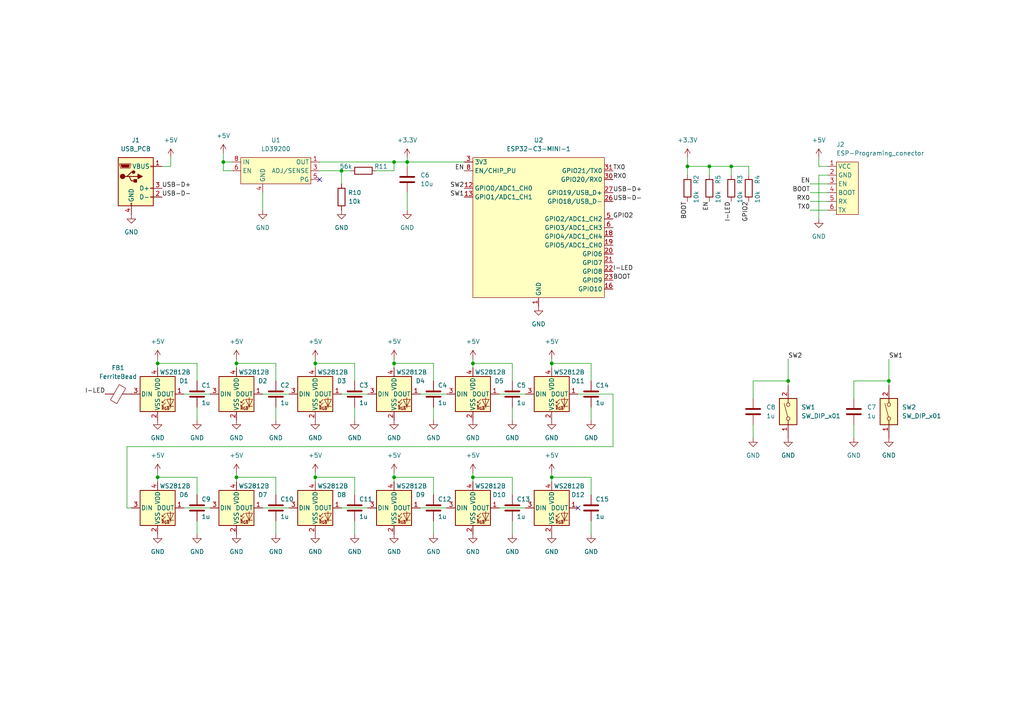
<source format=kicad_sch>
(kicad_sch (version 20230121) (generator eeschema)
  (paper "A4")
  (lib_symbols
    (symbol "Device:C" (pin_numbers hide) (pin_names (offset 0.254))
      (property "Reference" "C" (at 0.635 2.54 0))
      (property "Value" "C" (at 0.635 -2.54 0))
      (symbol "C_0_1"
        (polyline (pts (xy -2.032 -0.762) (xy 2.032 -0.762)) (stroke (width 0.508)))
        (polyline (pts (xy -2.032 0.762) (xy 2.032 0.762)) (stroke (width 0.508)))
      )
      (symbol "C_1_1"
        (pin passive line (at 0 3.81 270) (length 2.794) (name "~") (number "1"))
        (pin passive line (at 0 -3.81 90) (length 2.794) (name "~") (number "2"))
      )
    )
    (symbol "Device:FerriteBead" (pin_numbers hide) (pin_names (offset 0))
      (property "Reference" "FB" (at -3.81 0.635 90))
      (property "Value" "FerriteBead" (at 3.81 0 90))
      (symbol "FerriteBead_0_1"
        (polyline (pts (xy 0 -1.27) (xy 0 -1.2192)))
        (polyline (pts (xy 0 1.27) (xy 0 1.2954)))
        (polyline (pts (xy -2.7686 0.4064) (xy -1.7018 2.2606) (xy 2.7686 -0.3048) (xy 1.6764 -2.159) (xy -2.7686 0.4064)))
      )
      (symbol "FerriteBead_1_1"
        (pin passive line (at 0 3.81 270) (length 2.54) (name "~") (number "1"))
        (pin passive line (at 0 -3.81 90) (length 2.54) (name "~") (number "2"))
      )
    )
    (symbol "Device:R" (pin_numbers hide) (pin_names (offset 0))
      (property "Reference" "R" (at 2.032 0 90))
      (property "Value" "R" (at 0 0 90))
      (symbol "R_0_1"
        (rectangle (start -1.016 -2.54) (end 1.016 2.54) (stroke (width 0.254)))
      )
      (symbol "R_1_1"
        (pin passive line (at 0 3.81 270) (length 1.27) (name "~") (number "1"))
        (pin passive line (at 0 -3.81 90) (length 1.27) (name "~") (number "2"))
      )
    )
    (symbol "Robotarna_KiCad_Library:ESP-Programing_conector"
      (property "Reference" "J" (at 0 6.35 0))
      (property "Value" "ESP-Programing_conector" (at 0 3.81 0))
      (symbol "ESP-Programing_conector_0_1"
        (rectangle (start -2.54 1.27) (end 3.81 -13.97) (fill (type background)))
      )
      (symbol "ESP-Programing_conector_1_1"
        (pin power_in line (at -5.08 0 0) (length 2.54) (name "VCC") (number "1"))
        (pin power_in line (at -5.08 -2.54 0) (length 2.54) (name "GND") (number "2"))
        (pin input line (at -5.08 -5.08 0) (length 2.54) (name "EN") (number "3"))
        (pin input line (at -5.08 -7.62 0) (length 2.54) (name "BOOT") (number "4"))
        (pin input line (at -5.08 -10.16 0) (length 2.54) (name "RX") (number "5"))
        (pin output line (at -5.08 -12.7 0) (length 2.54) (name "TX") (number "6"))
      )
    )
    (symbol "Robotarna_KiCad_Library:ESP32-C3-MINI-1"
      (property "Reference" "U" (at 0 4.445 0))
      (property "Value" "ESP32-C3-MINI-1" (at 0 2.54 0))
      (symbol "ESP32-C3-MINI-1_0_1"
        (rectangle (start -19.05 1.27) (end 19.05 -39.37) (fill (type background)))
      )
      (symbol "ESP32-C3-MINI-1_1_1"
        (pin bidirectional line (at 0 -41.91 90) (length 2.54) (name "GND") (number "1"))
        (pin bidirectional line (at 0 -41.91 90) (length 2.54) hide (name "GND") (number "11"))
        (pin bidirectional line (at -21.59 -7.62 0) (length 2.54) (name "GPIO0/ADC1_CH0") (number "12"))
        (pin bidirectional line (at -21.59 -10.16 0) (length 2.54) (name "GPIO1/ADC1_CH1") (number "13"))
        (pin bidirectional line (at 0 -41.91 90) (length 2.54) hide (name "GND") (number "14"))
        (pin bidirectional line (at 21.59 -36.83 180) (length 2.54) (name "GPIO10") (number "16"))
        (pin bidirectional line (at 21.59 -21.59 180) (length 2.54) (name "GPIO4/ADC1_CH4") (number "18"))
        (pin bidirectional line (at 21.59 -24.13 180) (length 2.54) (name "GPIO5/ADC1_CH0") (number "19"))
        (pin bidirectional line (at 0 -41.91 90) (length 2.54) hide (name "GND") (number "2"))
        (pin bidirectional line (at 21.59 -26.67 180) (length 2.54) (name "GPIO6") (number "20"))
        (pin bidirectional line (at 21.59 -29.21 180) (length 2.54) (name "GPIO7") (number "21"))
        (pin bidirectional line (at 21.59 -31.75 180) (length 2.54) (name "GPIO8") (number "22"))
        (pin bidirectional line (at 21.59 -34.29 180) (length 2.54) (name "GPIO9") (number "23"))
        (pin bidirectional line (at 21.59 -11.43 180) (length 2.54) (name "GPIO18/USB_D-") (number "26"))
        (pin bidirectional line (at 21.59 -8.89 180) (length 2.54) (name "GPIO19/USB_D+") (number "27"))
        (pin power_in line (at -21.59 0 0) (length 2.54) (name "3V3") (number "3"))
        (pin bidirectional line (at 21.59 -5.08 180) (length 2.54) (name "GPIO20/RX0") (number "30"))
        (pin bidirectional line (at 21.59 -2.54 180) (length 2.54) (name "GPIO21/TX0") (number "31"))
        (pin bidirectional line (at 0 -41.91 90) (length 2.54) hide (name "GND") (number "36"))
        (pin bidirectional line (at 0 -41.91 90) (length 2.54) hide (name "GND") (number "37"))
        (pin bidirectional line (at 0 -41.91 90) (length 2.54) hide (name "GND") (number "38"))
        (pin bidirectional line (at 0 -41.91 90) (length 2.54) hide (name "GND") (number "39"))
        (pin bidirectional line (at 0 -41.91 90) (length 2.54) hide (name "GND") (number "40"))
        (pin bidirectional line (at 0 -41.91 90) (length 2.54) hide (name "GND") (number "41"))
        (pin bidirectional line (at 0 -41.91 90) (length 2.54) hide (name "GND") (number "42"))
        (pin bidirectional line (at 0 -41.91 90) (length 2.54) hide (name "GND") (number "43"))
        (pin bidirectional line (at 0 -41.91 90) (length 2.54) hide (name "GND") (number "44"))
        (pin bidirectional line (at 0 -41.91 90) (length 2.54) hide (name "GND") (number "45"))
        (pin bidirectional line (at 0 -41.91 90) (length 2.54) hide (name "GND") (number "46"))
        (pin bidirectional line (at 0 -41.91 90) (length 2.54) hide (name "GND") (number "47"))
        (pin bidirectional line (at 0 -41.91 90) (length 2.54) hide (name "GND") (number "48"))
        (pin bidirectional line (at 0 -41.91 90) (length 2.54) hide (name "GND") (number "49"))
        (pin bidirectional line (at 21.59 -16.51 180) (length 2.54) (name "GPIO2/ADC1_CH2") (number "5"))
        (pin power_in line (at 0 -41.91 90) (length 2.54) hide (name "GND") (number "50"))
        (pin power_in line (at 0 -41.91 90) (length 2.54) hide (name "GND") (number "51"))
        (pin power_in line (at 0 -41.91 90) (length 2.54) hide (name "GND") (number "52"))
        (pin power_in line (at 0 -41.91 90) (length 2.54) hide (name "GND") (number "53"))
        (pin bidirectional line (at 21.59 -19.05 180) (length 2.54) (name "GPIO3/ADC1_CH3") (number "6"))
        (pin input line (at -21.59 -2.54 0) (length 2.54) (name "EN/CHIP_PU") (number "8"))
      )
    )
    (symbol "Robotarna_KiCad_Library:LD39200"
      (property "Reference" "U" (at 0 5.08 0))
      (property "Value" "LD39200" (at 0 3.175 0))
      (symbol "LD39200_0_1"
        (rectangle (start -10.16 1.27) (end 10.16 -6.35) (fill (type background)))
      )
      (symbol "LD39200_1_1"
        (pin power_out line (at 12.7 0 180) (length 2.54) (name "OUT") (number "1"))
        (pin power_out line (at 12.7 0 180) (length 2.54) hide (name "OUT") (number "2"))
        (pin input line (at 12.7 -2.54 180) (length 2.54) (name "ADJ/SENSE") (number "3"))
        (pin power_in line (at -3.81 -8.89 90) (length 2.54) (name "GND") (number "4"))
        (pin output line (at 12.7 -5.08 180) (length 2.54) (name "PG") (number "5"))
        (pin input line (at -12.7 -2.54 0) (length 2.54) (name "EN") (number "6"))
        (pin power_in line (at -12.7 0 0) (length 2.54) hide (name "IN") (number "7"))
        (pin power_in line (at -12.7 0 0) (length 2.54) (name "IN") (number "8"))
        (pin power_in line (at -3.81 -8.89 90) (length 2.54) hide (name "GND") (number "9"))
      )
    )
    (symbol "Robotarna_KiCad_Library:USB_PCB" (pin_names (offset 1.016))
      (property "Reference" "J" (at 0 11.43 0))
      (property "Value" "USB_PCB" (at -5.08 8.89 0))
      (symbol "USB_PCB_0_1"
        (rectangle (start -5.08 7.62) (end 5.08 -6.35) (stroke (width 0.254)) (fill (type background)))
        (circle (center -3.81 2.159) (radius 0.635) (stroke (width 0.254)) (fill (type outline)))
        (rectangle (start -1.397 -6.35) (end -1.143 -5.588))
        (circle (center -0.635 3.429) (radius 0.381) (stroke (width 0.254)) (fill (type outline)))
        (polyline (pts (xy -1.905 2.159) (xy 0.635 2.159)) (stroke (width 0.254)))
        (polyline (pts (xy -3.175 2.159) (xy -2.54 2.159) (xy -1.27 3.429) (xy -0.635 3.429)) (stroke (width 0.254)))
        (polyline (pts (xy -2.54 2.159) (xy -1.905 2.159) (xy -1.27 0.889) (xy 0 0.889)) (stroke (width 0.254)))
        (polyline (pts (xy 0.635 2.794) (xy 0.635 1.524) (xy 1.905 2.159) (xy 0.635 2.794)) (stroke (width 0.254)) (fill (type outline)))
        (polyline (pts (xy -4.318 5.588) (xy -1.778 5.588) (xy -2.032 4.826) (xy -4.064 4.826) (xy -4.318 5.588)) (fill (type outline)))
        (polyline (pts (xy -4.699 5.842) (xy -4.699 5.588) (xy -4.445 4.826) (xy -4.445 4.572) (xy -1.651 4.572) (xy -1.651 4.826) (xy -1.397 5.588) (xy -1.397 5.842) (xy -4.699 5.842)))
        (rectangle (start 0.254 1.27) (end -0.508 0.508) (stroke (width 0.254)) (fill (type outline)))
        (rectangle (start 5.08 -3.937) (end 4.318 -3.683))
        (rectangle (start 5.08 -1.397) (end 4.318 -1.143))
        (rectangle (start 5.08 4.953) (end 4.318 5.207))
      )
      (symbol "USB_PCB_1_1"
        (pin power_out line (at 7.62 5.08 180) (length 2.54) (name "VBUS") (number "1"))
        (pin passive line (at 7.62 -3.81 180) (length 2.54) (name "D-") (number "2"))
        (pin passive line (at 7.62 -1.27 180) (length 2.54) (name "D+") (number "3"))
        (pin power_out line (at -1.27 -8.89 90) (length 2.54) (name "GND") (number "4"))
      )
    )
    (symbol "Switch:SW_DIP_x01" (pin_names (offset 0) hide)
      (property "Reference" "SW" (at 0 3.81 0))
      (property "Value" "SW_DIP_x01" (at 0 -3.81 0))
      (symbol "SW_DIP_x01_0_0"
        (circle (center -2.032 0) (radius 0.508))
        (polyline (pts (xy -1.524 0.127) (xy 2.3622 1.1684)))
        (circle (center 2.032 0) (radius 0.508))
      )
      (symbol "SW_DIP_x01_0_1"
        (rectangle (start -3.81 2.54) (end 3.81 -2.54) (stroke (width 0.254)) (fill (type background)))
      )
      (symbol "SW_DIP_x01_1_1"
        (pin passive line (at -7.62 0 0) (length 5.08) (name "~") (number "1"))
        (pin passive line (at 7.62 0 180) (length 5.08) (name "~") (number "2"))
      )
    )
    (symbol "WS2812B_1" (pin_names (offset 0.254))
      (property "Reference" "D1" (at 7.62 3.81 0))
      (property "Value" "WS2812B" (at 5.08 6.35 0))
      (symbol "WS2812B_1_0_0"
        (text "RGB" (at 2.286 -4.191 0) (effects (font (size 0.762 0.762))))
      )
      (symbol "WS2812B_1_0_1"
        (polyline (pts (xy 1.27 -3.556) (xy 1.778 -3.556)))
        (polyline (pts (xy 1.27 -2.54) (xy 1.778 -2.54)))
        (polyline (pts (xy 4.699 -3.556) (xy 2.667 -3.556)))
        (polyline (pts (xy 2.286 -2.54) (xy 1.27 -3.556) (xy 1.27 -3.048)))
        (polyline (pts (xy 2.286 -1.524) (xy 1.27 -2.54) (xy 1.27 -2.032)))
        (polyline (pts (xy 3.683 -1.016) (xy 3.683 -3.556) (xy 3.683 -4.064)))
        (polyline (pts (xy 4.699 -1.524) (xy 2.667 -1.524) (xy 3.683 -3.556) (xy 4.699 -1.524)))
        (rectangle (start 5.08 5.08) (end -5.08 -5.08) (stroke (width 0.254)) (fill (type background)))
      )
      (symbol "WS2812B_1_1_1"
        (pin output line (at 7.62 0 180) (length 2.54) (name "DOUT") (number "1"))
        (pin power_in line (at 0 -7.62 90) (length 2.54) (name "VSS") (number "2"))
        (pin input line (at -7.62 0 0) (length 2.54) (name "DIN") (number "3"))
        (pin power_in line (at 0 7.62 270) (length 2.54) (name "VDD") (number "4"))
      )
    )
    (symbol "power:+3.3V" (power) (pin_names (offset 0))
      (property "Value" "+3.3V" (at 0 3.556 0))
      (symbol "+3.3V_0_1"
        (polyline (pts (xy -0.762 1.27) (xy 0 2.54)))
        (polyline (pts (xy 0 0) (xy 0 2.54)))
        (polyline (pts (xy 0 2.54) (xy 0.762 1.27)))
      )
      (symbol "+3.3V_1_1"
        (pin power_in line (at 0 0 90) (length 0) hide (name "+3.3V") (number "1"))
      )
    )
    (symbol "power:+5V" (power) (pin_names (offset 0))
      (property "Value" "+5V" (at 0 3.556 0))
      (symbol "+5V_0_1"
        (polyline (pts (xy -0.762 1.27) (xy 0 2.54)))
        (polyline (pts (xy 0 0) (xy 0 2.54)))
        (polyline (pts (xy 0 2.54) (xy 0.762 1.27)))
      )
      (symbol "+5V_1_1"
        (pin power_in line (at 0 0 90) (length 0) hide (name "+5V") (number "1"))
      )
    )
    (symbol "power:GND" (power) (pin_names (offset 0))
      (property "Value" "GND" (at 0 -3.81 0))
      (symbol "GND_0_1"
        (polyline (pts (xy 0 0) (xy 0 -1.27) (xy 1.27 -1.27) (xy 0 -2.54) (xy -1.27 -1.27) (xy 0 -1.27)))
      )
      (symbol "GND_1_1"
        (pin power_in line (at 0 0 270) (length 0) hide (name "GND") (number "1"))
      )
    )
  )
  (junction (at 228.6 110.49))
  (junction (at 68.58 105.41))
  (junction (at 99.06 49.53))
  (junction (at 199.39 48.26))
  (junction (at 114.3 46.99))
  (junction (at 205.74 48.26))
  (junction (at 68.58 138.43))
  (junction (at 160.02 105.41))
  (junction (at 45.72 138.43))
  (junction (at 114.3 105.41))
  (junction (at 160.02 138.43))
  (junction (at 118.11 46.99))
  (junction (at 45.72 105.41))
  (junction (at 91.44 138.43))
  (junction (at 212.09 48.26))
  (junction (at 64.77 46.99))
  (junction (at 137.16 138.43))
  (junction (at 257.81 110.49))
  (junction (at 137.16 105.41))
  (junction (at 91.44 105.41))
  (junction (at 114.3 138.43))
  (no_connect (at 167.64 147.32))
  (no_connect (at 92.71 52.07))
  (wire (pts (xy 234.95 58.42) (xy 240.03 58.42)))
  (wire (pts (xy 148.59 118.11) (xy 148.59 121.92)))
  (wire (pts (xy 121.92 114.3) (xy 129.54 114.3)))
  (wire (pts (xy 76.2 114.3) (xy 83.82 114.3)))
  (wire (pts (xy 160.02 104.14) (xy 160.02 105.41)))
  (wire (pts (xy 177.8 114.3) (xy 177.8 129.54)))
  (wire (pts (xy 228.6 104.14) (xy 228.6 110.49)))
  (wire (pts (xy 137.16 105.41) (xy 137.16 106.68)))
  (wire (pts (xy 114.3 105.41) (xy 114.3 106.68)))
  (wire (pts (xy 114.3 138.43) (xy 114.3 139.7)))
  (wire (pts (xy 167.64 114.3) (xy 177.8 114.3)))
  (wire (pts (xy 99.06 114.3) (xy 106.68 114.3)))
  (wire (pts (xy 57.15 118.11) (xy 57.15 121.92)))
  (wire (pts (xy 80.01 138.43) (xy 80.01 143.51)))
  (wire (pts (xy 102.87 118.11) (xy 102.87 121.92)))
  (wire (pts (xy 114.3 137.16) (xy 114.3 138.43)))
  (wire (pts (xy 148.59 151.13) (xy 148.59 154.94)))
  (wire (pts (xy 199.39 48.26) (xy 199.39 50.8)))
  (wire (pts (xy 228.6 110.49) (xy 228.6 111.76)))
  (wire (pts (xy 91.44 138.43) (xy 91.44 139.7)))
  (wire (pts (xy 99.06 147.32) (xy 106.68 147.32)))
  (wire (pts (xy 76.2 147.32) (xy 83.82 147.32)))
  (wire (pts (xy 212.09 48.26) (xy 205.74 48.26)))
  (wire (pts (xy 118.11 46.99) (xy 134.62 46.99)))
  (wire (pts (xy 109.22 49.53) (xy 114.3 49.53)))
  (wire (pts (xy 199.39 45.72) (xy 199.39 48.26)))
  (wire (pts (xy 91.44 105.41) (xy 91.44 106.68)))
  (wire (pts (xy 36.83 129.54) (xy 36.83 147.32)))
  (wire (pts (xy 45.72 138.43) (xy 57.15 138.43)))
  (wire (pts (xy 68.58 137.16) (xy 68.58 138.43)))
  (wire (pts (xy 68.58 105.41) (xy 68.58 106.68)))
  (wire (pts (xy 234.95 60.96) (xy 240.03 60.96)))
  (wire (pts (xy 45.72 137.16) (xy 45.72 138.43)))
  (wire (pts (xy 45.72 104.14) (xy 45.72 105.41)))
  (wire (pts (xy 217.17 50.8) (xy 217.17 48.26)))
  (wire (pts (xy 49.53 45.72) (xy 49.53 48.26)))
  (wire (pts (xy 53.34 147.32) (xy 60.96 147.32)))
  (wire (pts (xy 57.15 138.43) (xy 57.15 143.51)))
  (wire (pts (xy 64.77 46.99) (xy 67.31 46.99)))
  (wire (pts (xy 45.72 138.43) (xy 45.72 139.7)))
  (wire (pts (xy 114.3 104.14) (xy 114.3 105.41)))
  (wire (pts (xy 49.53 48.26) (xy 46.99 48.26)))
  (wire (pts (xy 64.77 44.45) (xy 64.77 46.99)))
  (wire (pts (xy 247.65 110.49) (xy 257.81 110.49)))
  (wire (pts (xy 125.73 138.43) (xy 125.73 143.51)))
  (wire (pts (xy 160.02 138.43) (xy 160.02 139.7)))
  (wire (pts (xy 118.11 60.96) (xy 118.11 55.88)))
  (wire (pts (xy 45.72 105.41) (xy 57.15 105.41)))
  (wire (pts (xy 125.73 118.11) (xy 125.73 121.92)))
  (wire (pts (xy 68.58 104.14) (xy 68.58 105.41)))
  (wire (pts (xy 114.3 105.41) (xy 125.73 105.41)))
  (wire (pts (xy 160.02 138.43) (xy 171.45 138.43)))
  (wire (pts (xy 80.01 151.13) (xy 80.01 154.94)))
  (wire (pts (xy 218.44 110.49) (xy 228.6 110.49)))
  (wire (pts (xy 114.3 49.53) (xy 114.3 46.99)))
  (wire (pts (xy 80.01 105.41) (xy 80.01 110.49)))
  (wire (pts (xy 247.65 123.19) (xy 247.65 127)))
  (wire (pts (xy 68.58 138.43) (xy 68.58 139.7)))
  (wire (pts (xy 92.71 46.99) (xy 114.3 46.99)))
  (wire (pts (xy 257.81 110.49) (xy 257.81 111.76)))
  (wire (pts (xy 247.65 115.57) (xy 247.65 110.49)))
  (wire (pts (xy 99.06 49.53) (xy 99.06 53.34)))
  (wire (pts (xy 237.49 50.8) (xy 240.03 50.8)))
  (wire (pts (xy 68.58 105.41) (xy 80.01 105.41)))
  (wire (pts (xy 237.49 48.26) (xy 237.49 45.72)))
  (wire (pts (xy 160.02 105.41) (xy 160.02 106.68)))
  (wire (pts (xy 121.92 147.32) (xy 129.54 147.32)))
  (wire (pts (xy 125.73 105.41) (xy 125.73 110.49)))
  (wire (pts (xy 64.77 49.53) (xy 67.31 49.53)))
  (wire (pts (xy 171.45 118.11) (xy 171.45 121.92)))
  (wire (pts (xy 102.87 105.41) (xy 102.87 110.49)))
  (wire (pts (xy 171.45 105.41) (xy 171.45 110.49)))
  (wire (pts (xy 144.78 114.3) (xy 152.4 114.3)))
  (wire (pts (xy 144.78 147.32) (xy 152.4 147.32)))
  (wire (pts (xy 91.44 104.14) (xy 91.44 105.41)))
  (wire (pts (xy 137.16 138.43) (xy 137.16 139.7)))
  (wire (pts (xy 257.81 104.14) (xy 257.81 110.49)))
  (wire (pts (xy 171.45 138.43) (xy 171.45 143.51)))
  (wire (pts (xy 137.16 104.14) (xy 137.16 105.41)))
  (wire (pts (xy 57.15 105.41) (xy 57.15 110.49)))
  (wire (pts (xy 99.06 49.53) (xy 101.6 49.53)))
  (wire (pts (xy 218.44 123.19) (xy 218.44 127)))
  (wire (pts (xy 114.3 46.99) (xy 118.11 46.99)))
  (wire (pts (xy 234.95 55.88) (xy 240.03 55.88)))
  (wire (pts (xy 137.16 138.43) (xy 148.59 138.43)))
  (wire (pts (xy 102.87 151.13) (xy 102.87 154.94)))
  (wire (pts (xy 118.11 46.99) (xy 118.11 48.26)))
  (wire (pts (xy 80.01 118.11) (xy 80.01 121.92)))
  (wire (pts (xy 137.16 105.41) (xy 148.59 105.41)))
  (wire (pts (xy 148.59 138.43) (xy 148.59 143.51)))
  (wire (pts (xy 234.95 53.34) (xy 240.03 53.34)))
  (wire (pts (xy 199.39 48.26) (xy 205.74 48.26)))
  (wire (pts (xy 45.72 105.41) (xy 45.72 106.68)))
  (wire (pts (xy 171.45 151.13) (xy 171.45 154.94)))
  (wire (pts (xy 218.44 115.57) (xy 218.44 110.49)))
  (wire (pts (xy 237.49 63.5) (xy 237.49 50.8)))
  (wire (pts (xy 68.58 138.43) (xy 80.01 138.43)))
  (wire (pts (xy 91.44 137.16) (xy 91.44 138.43)))
  (wire (pts (xy 114.3 138.43) (xy 125.73 138.43)))
  (wire (pts (xy 118.11 46.99) (xy 118.11 45.72)))
  (wire (pts (xy 102.87 138.43) (xy 102.87 143.51)))
  (wire (pts (xy 212.09 48.26) (xy 217.17 48.26)))
  (wire (pts (xy 53.34 114.3) (xy 60.96 114.3)))
  (wire (pts (xy 160.02 137.16) (xy 160.02 138.43)))
  (wire (pts (xy 125.73 151.13) (xy 125.73 154.94)))
  (wire (pts (xy 91.44 138.43) (xy 102.87 138.43)))
  (wire (pts (xy 205.74 50.8) (xy 205.74 48.26)))
  (wire (pts (xy 240.03 48.26) (xy 237.49 48.26)))
  (wire (pts (xy 91.44 105.41) (xy 102.87 105.41)))
  (wire (pts (xy 212.09 50.8) (xy 212.09 48.26)))
  (wire (pts (xy 160.02 105.41) (xy 171.45 105.41)))
  (wire (pts (xy 76.2 60.96) (xy 76.2 55.88)))
  (wire (pts (xy 177.8 129.54) (xy 36.83 129.54)))
  (wire (pts (xy 64.77 49.53) (xy 64.77 46.99)))
  (wire (pts (xy 148.59 105.41) (xy 148.59 110.49)))
  (wire (pts (xy 137.16 137.16) (xy 137.16 138.43)))
  (wire (pts (xy 57.15 151.13) (xy 57.15 154.94)))
  (wire (pts (xy 92.71 49.53) (xy 99.06 49.53)))
  (wire (pts (xy 36.83 147.32) (xy 38.1 147.32)))
  (label "TX0" (at 234.95 60.96 180))
  (label "TX0" (at 177.8 49.53 0))
  (label "I-LED" (at 212.09 58.42 270))
  (label "EN" (at 134.62 49.53 180))
  (label "BOOT" (at 234.95 55.88 180))
  (label "RX0" (at 234.95 58.42 180))
  (label "GPIO2" (at 177.8 63.5 0))
  (label "SW2" (at 134.62 54.61 180))
  (label "USB-D-" (at 46.99 57.15 0))
  (label "USB-D+" (at 46.99 54.61 0))
  (label "USB-D-" (at 177.8 58.42 0))
  (label "EN" (at 234.95 53.34 180))
  (label "BOOT" (at 199.39 58.42 270))
  (label "I-LED" (at 30.48 114.3 180))
  (label "BOOT" (at 177.8 81.28 0))
  (label "RX0" (at 177.8 52.07 0))
  (label "SW2" (at 228.6 104.14 0))
  (label "USB-D+" (at 177.8 55.88 0))
  (label "EN" (at 205.74 58.42 270))
  (label "I-LED" (at 177.8 78.74 0))
  (label "GPIO2" (at 217.17 58.42 270))
  (label "SW1" (at 257.81 104.14 0))
  (label "SW1" (at 134.62 57.15 180))
  (symbol (lib_id "power:+5V") (at 45.72 104.14 0) (mirror y) (unit 1)
    (property "Reference" "#PWR0114" (effects hide))
    (property "Value" "+5V" (at 45.72 99.06 0))
  )
  (symbol (lib_id "power:GND") (at 68.58 121.92 0) (unit 1)
    (property "Reference" "#PWR0115" (effects hide))
    (property "Value" "GND" (at 68.58 127 0))
  )
  (symbol (lib_id "power:+5V") (at 49.53 45.72 0) (unit 1)
    (property "Reference" "#PWR0101" (effects hide))
    (property "Value" "+5V" (at 49.53 40.64 0))
  )
  (symbol (lib_id "Robotarna_KiCad_Library:ESP-Programing_conector") (at 245.11 48.26 0) (unit 1)
    (property "Reference" "J2" (at 242.57 41.91 0) (effects (justify left)))
    (property "Value" "ESP-Programing_conector" (at 242.57 44.45 0) (effects (justify left)))
    (property "Footprint" "Robotarna_KiCad_Library:ESP-Programing_conector" (effects hide))
  )
  (symbol (lib_name "WS2812B_1") (lib_id "LED:WS2812B") (at 91.44 114.3 0) (unit 1)
    (property "Reference" "D3" (at 99.06 110.49 0))
    (property "Value" "WS2812B" (at 96.52 107.95 0))
    (property "Footprint" "LED_SMD:LED_WS2812B-2020_PLCC4_2.0x2.0mm" (effects hide))
    (property "Datasheet" "https://cdn-shop.adafruit.com/datasheets/WS2812B.pdf" (effects hide))
    (property "LCSC" "C965555" (effects hide))
  )
  (symbol (lib_id "power:GND") (at 148.59 121.92 0) (unit 1)
    (property "Reference" "#PWR0123" (effects hide))
    (property "Value" "GND" (at 148.59 127 0))
  )
  (symbol (lib_id "power:+5V") (at 114.3 137.16 0) (mirror y) (unit 1)
    (property "Reference" "#PWR05" (effects hide))
    (property "Value" "+5V" (at 114.3 132.08 0))
  )
  (symbol (lib_id "power:+5V") (at 237.49 45.72 0) (mirror y) (unit 1)
    (property "Reference" "#PWR0129" (effects hide))
    (property "Value" "+5V" (at 237.49 40.64 0))
  )
  (symbol (lib_id "Device:C") (at 148.59 147.32 0) (unit 1)
    (property "Reference" "C13" (at 149.86 144.78 0) (effects (justify left)))
    (property "Value" "1u" (at 149.86 149.86 0) (effects (justify left)))
    (property "Footprint" "Capacitor_SMD:C_0402_1005Metric" (effects hide))
    (property "LCSC" "C52923" (effects hide))
  )
  (symbol (lib_id "Device:C") (at 247.65 119.38 0) (unit 1)
    (property "Reference" "C7" (at 251.46 118.1099 0) (effects (justify left)))
    (property "Value" "1u" (at 251.46 120.6499 0) (effects (justify left)))
    (property "Footprint" "Capacitor_SMD:C_0402_1005Metric" (effects hide))
    (property "LCSC" "C52923" (effects hide))
  )
  (symbol (lib_id "Device:R") (at 205.74 54.61 180) (unit 1)
    (property "Reference" "R5" (at 208.28 52.07 90))
    (property "Value" "10k" (at 208.28 57.15 90))
    (property "Footprint" "Resistor_SMD:R_0402_1005Metric" (effects hide))
    (property "LCSC" "C25744" (effects hide))
  )
  (symbol (lib_id "power:+5V") (at 114.3 104.14 0) (mirror y) (unit 1)
    (property "Reference" "#PWR0122" (effects hide))
    (property "Value" "+5V" (at 114.3 99.06 0))
  )
  (symbol (lib_name "WS2812B_1") (lib_id "LED:WS2812B") (at 91.44 147.32 0) (unit 1)
    (property "Reference" "D8" (at 99.06 143.51 0))
    (property "Value" "WS2812B" (at 96.52 140.97 0))
    (property "Footprint" "LED_SMD:LED_WS2812B-2020_PLCC4_2.0x2.0mm" (effects hide))
    (property "Datasheet" "https://cdn-shop.adafruit.com/datasheets/WS2812B.pdf" (effects hide))
    (property "LCSC" "C965555" (effects hide))
  )
  (symbol (lib_id "power:GND") (at 80.01 121.92 0) (unit 1)
    (property "Reference" "#PWR0120" (effects hide))
    (property "Value" "GND" (at 80.01 127 0))
  )
  (symbol (lib_id "Device:R") (at 217.17 54.61 180) (unit 1)
    (property "Reference" "R4" (at 219.71 52.07 90))
    (property "Value" "10k" (at 219.71 57.15 90))
    (property "Footprint" "Resistor_SMD:R_0402_1005Metric" (effects hide))
    (property "LCSC" "C25744" (effects hide))
  )
  (symbol (lib_id "power:GND") (at 114.3 154.94 0) (unit 1)
    (property "Reference" "#PWR013" (effects hide))
    (property "Value" "GND" (at 114.3 160.02 0))
  )
  (symbol (lib_id "power:+5V") (at 91.44 104.14 0) (mirror y) (unit 1)
    (property "Reference" "#PWR0118" (effects hide))
    (property "Value" "+5V" (at 91.44 99.06 0))
  )
  (symbol (lib_id "Device:R") (at 105.41 49.53 90) (unit 1)
    (property "Reference" "R11" (at 110.49 48.26 90))
    (property "Value" "56k" (at 100.33 48.26 90))
    (property "Footprint" "Resistor_SMD:R_0402_1005Metric" (effects hide))
    (property "LCSC" "C25796" (effects hide))
  )
  (symbol (lib_id "power:GND") (at 91.44 121.92 0) (unit 1)
    (property "Reference" "#PWR0121" (effects hide))
    (property "Value" "GND" (at 91.44 127 0))
  )
  (symbol (lib_id "power:GND") (at 38.1 62.23 0) (unit 1)
    (property "Reference" "#PWR0102" (effects hide))
    (property "Value" "GND" (at 38.1 67.31 0))
  )
  (symbol (lib_id "power:GND") (at 102.87 121.92 0) (unit 1)
    (property "Reference" "#PWR0125" (effects hide))
    (property "Value" "GND" (at 102.87 127 0))
  )
  (symbol (lib_name "WS2812B_1") (lib_id "LED:WS2812B") (at 114.3 114.3 0) (unit 1)
    (property "Reference" "D4" (at 121.92 110.49 0))
    (property "Value" "WS2812B" (at 119.38 107.95 0))
    (property "Footprint" "LED_SMD:LED_WS2812B-2020_PLCC4_2.0x2.0mm" (effects hide))
    (property "Datasheet" "https://cdn-shop.adafruit.com/datasheets/WS2812B.pdf" (effects hide))
    (property "LCSC" "C965555" (effects hide))
  )
  (symbol (lib_id "power:GND") (at 257.81 127 0) (unit 1)
    (property "Reference" "#PWR0107" (effects hide))
    (property "Value" "GND" (at 257.81 132.08 0))
  )
  (symbol (lib_id "Device:R") (at 212.09 54.61 180) (unit 1)
    (property "Reference" "R3" (at 214.63 52.07 90))
    (property "Value" "10k" (at 214.63 57.15 90))
    (property "Footprint" "Resistor_SMD:R_0402_1005Metric" (effects hide))
    (property "LCSC" "C25744" (effects hide))
  )
  (symbol (lib_id "power:+5V") (at 64.77 44.45 0) (mirror y) (unit 1)
    (property "Reference" "#PWR0104" (effects hide))
    (property "Value" "+5V" (at 64.77 39.37 0))
  )
  (symbol (lib_id "Device:C") (at 125.73 114.3 0) (unit 1)
    (property "Reference" "C4" (at 127 111.76 0) (effects (justify left)))
    (property "Value" "1u" (at 127 116.84 0) (effects (justify left)))
    (property "Footprint" "Capacitor_SMD:C_0402_1005Metric" (effects hide))
    (property "LCSC" "C52923" (effects hide))
  )
  (symbol (lib_id "power:+5V") (at 68.58 137.16 0) (mirror y) (unit 1)
    (property "Reference" "#PWR02" (effects hide))
    (property "Value" "+5V" (at 68.58 132.08 0))
  )
  (symbol (lib_id "power:GND") (at 114.3 121.92 0) (unit 1)
    (property "Reference" "#PWR0128" (effects hide))
    (property "Value" "GND" (at 114.3 127 0))
  )
  (symbol (lib_name "WS2812B_1") (lib_id "LED:WS2812B") (at 45.72 114.3 0) (unit 1)
    (property "Reference" "D1" (at 53.34 110.49 0))
    (property "Value" "WS2812B" (at 50.8 107.95 0))
    (property "Footprint" "LED_SMD:LED_WS2812B-2020_PLCC4_2.0x2.0mm" (effects hide))
    (property "Datasheet" "https://cdn-shop.adafruit.com/datasheets/WS2812B.pdf" (effects hide))
    (property "LCSC" "C965555" (effects hide))
  )
  (symbol (lib_name "WS2812B_1") (lib_id "LED:WS2812B") (at 68.58 114.3 0) (unit 1)
    (property "Reference" "D2" (at 76.2 110.49 0))
    (property "Value" "WS2812B" (at 73.66 107.95 0))
    (property "Footprint" "LED_SMD:LED_WS2812B-2020_PLCC4_2.0x2.0mm" (effects hide))
    (property "Datasheet" "https://cdn-shop.adafruit.com/datasheets/WS2812B.pdf" (effects hide))
    (property "LCSC" "C965555" (effects hide))
  )
  (symbol (lib_id "Robotarna_KiCad_Library:ESP32-C3-MINI-1") (at 156.21 46.99 0) (unit 1)
    (property "Reference" "U2" (at 156.21 40.64 0))
    (property "Value" "ESP32-C3-MINI-1" (at 156.21 43.18 0))
    (property "Footprint" "Robotarna_KiCad_Library:ESP32-C3-MINI-1" (effects hide))
    (property "Datasheet" "https://www.espressif.com/sites/default/files/documentation/esp32-c3-mini-1_datasheet_en.pdf" (effects hide))
    (property "LCSC" "C2838502" (effects hide))
  )
  (symbol (lib_id "Device:C") (at 125.73 147.32 0) (unit 1)
    (property "Reference" "C12" (at 127 144.78 0) (effects (justify left)))
    (property "Value" "1u" (at 127 149.86 0) (effects (justify left)))
    (property "Footprint" "Capacitor_SMD:C_0402_1005Metric" (effects hide))
    (property "LCSC" "C52923" (effects hide))
  )
  (symbol (lib_id "power:+5V") (at 91.44 137.16 0) (mirror y) (unit 1)
    (property "Reference" "#PWR03" (effects hide))
    (property "Value" "+5V" (at 91.44 132.08 0))
  )
  (symbol (lib_id "Device:C") (at 218.44 119.38 0) (unit 1)
    (property "Reference" "C8" (at 222.25 118.1099 0) (effects (justify left)))
    (property "Value" "1u" (at 222.25 120.6499 0) (effects (justify left)))
    (property "Footprint" "Capacitor_SMD:C_0402_1005Metric" (effects hide))
    (property "LCSC" "C52923" (effects hide))
  )
  (symbol (lib_id "power:GND") (at 171.45 121.92 0) (unit 1)
    (property "Reference" "#PWR019" (effects hide))
    (property "Value" "GND" (at 171.45 127 0))
  )
  (symbol (lib_id "power:GND") (at 228.6 127 0) (unit 1)
    (property "Reference" "#PWR0108" (effects hide))
    (property "Value" "GND" (at 228.6 132.08 0))
  )
  (symbol (lib_name "WS2812B_1") (lib_id "LED:WS2812B") (at 114.3 147.32 0) (unit 1)
    (property "Reference" "D9" (at 121.92 143.51 0))
    (property "Value" "WS2812B" (at 119.38 140.97 0))
    (property "Footprint" "LED_SMD:LED_WS2812B-2020_PLCC4_2.0x2.0mm" (effects hide))
    (property "Datasheet" "https://cdn-shop.adafruit.com/datasheets/WS2812B.pdf" (effects hide))
    (property "LCSC" "C965555" (effects hide))
  )
  (symbol (lib_id "power:GND") (at 45.72 121.92 0) (unit 1)
    (property "Reference" "#PWR0117" (effects hide))
    (property "Value" "GND" (at 45.72 127 0))
  )
  (symbol (lib_id "Device:C") (at 171.45 114.3 0) (unit 1)
    (property "Reference" "C14" (at 172.72 111.76 0) (effects (justify left)))
    (property "Value" "1u" (at 172.72 116.84 0) (effects (justify left)))
    (property "Footprint" "Capacitor_SMD:C_0402_1005Metric" (effects hide))
    (property "LCSC" "C52923" (effects hide))
  )
  (symbol (lib_id "Device:R") (at 199.39 54.61 180) (unit 1)
    (property "Reference" "R2" (at 201.93 52.07 90))
    (property "Value" "10k" (at 201.93 57.15 90))
    (property "Footprint" "Resistor_SMD:R_0402_1005Metric" (effects hide))
    (property "LCSC" "C25744" (effects hide))
  )
  (symbol (lib_id "power:+5V") (at 137.16 104.14 0) (mirror y) (unit 1)
    (property "Reference" "#PWR0126" (effects hide))
    (property "Value" "+5V" (at 137.16 99.06 0))
  )
  (symbol (lib_id "Device:C") (at 57.15 114.3 0) (unit 1)
    (property "Reference" "C1" (at 58.42 111.76 0) (effects (justify left)))
    (property "Value" "1u" (at 58.42 116.84 0) (effects (justify left)))
    (property "Footprint" "Capacitor_SMD:C_0402_1005Metric" (effects hide))
    (property "LCSC" "C52923" (effects hide))
  )
  (symbol (lib_id "power:GND") (at 102.87 154.94 0) (unit 1)
    (property "Reference" "#PWR012" (effects hide))
    (property "Value" "GND" (at 102.87 160.02 0))
  )
  (symbol (lib_id "power:GND") (at 160.02 154.94 0) (unit 1)
    (property "Reference" "#PWR021" (effects hide))
    (property "Value" "GND" (at 160.02 160.02 0))
  )
  (symbol (lib_id "power:GND") (at 80.01 154.94 0) (unit 1)
    (property "Reference" "#PWR010" (effects hide))
    (property "Value" "GND" (at 80.01 160.02 0))
  )
  (symbol (lib_id "power:+5V") (at 137.16 137.16 0) (mirror y) (unit 1)
    (property "Reference" "#PWR06" (effects hide))
    (property "Value" "+5V" (at 137.16 132.08 0))
  )
  (symbol (lib_id "Device:C") (at 171.45 147.32 0) (unit 1)
    (property "Reference" "C15" (at 172.72 144.78 0) (effects (justify left)))
    (property "Value" "1u" (at 172.72 149.86 0) (effects (justify left)))
    (property "Footprint" "Capacitor_SMD:C_0402_1005Metric" (effects hide))
    (property "LCSC" "C52923" (effects hide))
  )
  (symbol (lib_id "power:+3.3V") (at 199.39 45.72 0) (unit 1)
    (property "Reference" "#PWR0111" (effects hide))
    (property "Value" "+3.3V" (at 199.39 40.64 0))
  )
  (symbol (lib_id "Device:C") (at 57.15 147.32 0) (unit 1)
    (property "Reference" "C9" (at 58.42 144.78 0) (effects (justify left)))
    (property "Value" "1u" (at 58.42 149.86 0) (effects (justify left)))
    (property "Footprint" "Capacitor_SMD:C_0402_1005Metric" (effects hide))
    (property "LCSC" "C52923" (effects hide))
  )
  (symbol (lib_id "Switch:SW_DIP_x01") (at 257.81 119.38 90) (unit 1)
    (property "Reference" "SW2" (at 261.62 118.1099 90) (effects (justify right)))
    (property "Value" "SW_DIP_x01" (at 261.62 120.6499 90) (effects (justify right)))
    (property "Footprint" "Button_Switch_SMD:SW_Push_1P1T_NO_Vertical_Wuerth_434133025816" (effects hide))
    (property "LCSC" "C127488" (effects hide))
  )
  (symbol (lib_name "WS2812B_1") (lib_id "LED:WS2812B") (at 137.16 147.32 0) (unit 1)
    (property "Reference" "D10" (at 144.78 143.51 0))
    (property "Value" "WS2812B" (at 142.24 140.97 0))
    (property "Footprint" "LED_SMD:LED_WS2812B-2020_PLCC4_2.0x2.0mm" (effects hide))
    (property "Datasheet" "https://cdn-shop.adafruit.com/datasheets/WS2812B.pdf" (effects hide))
    (property "LCSC" "C965555" (effects hide))
  )
  (symbol (lib_id "power:GND") (at 91.44 154.94 0) (unit 1)
    (property "Reference" "#PWR011" (effects hide))
    (property "Value" "GND" (at 91.44 160.02 0))
  )
  (symbol (lib_name "WS2812B_1") (lib_id "LED:WS2812B") (at 137.16 114.3 0) (unit 1)
    (property "Reference" "D5" (at 144.78 110.49 0))
    (property "Value" "WS2812B" (at 142.24 107.95 0))
    (property "Footprint" "LED_SMD:LED_WS2812B-2020_PLCC4_2.0x2.0mm" (effects hide))
    (property "Datasheet" "https://cdn-shop.adafruit.com/datasheets/WS2812B.pdf" (effects hide))
    (property "LCSC" "C965555" (effects hide))
  )
  (symbol (lib_name "WS2812B_1") (lib_id "LED:WS2812B") (at 45.72 147.32 0) (unit 1)
    (property "Reference" "D6" (at 53.34 143.51 0))
    (property "Value" "WS2812B" (at 50.8 140.97 0))
    (property "Footprint" "LED_SMD:LED_WS2812B-2020_PLCC4_2.0x2.0mm" (effects hide))
    (property "Datasheet" "https://cdn-shop.adafruit.com/datasheets/WS2812B.pdf" (effects hide))
    (property "LCSC" "C965555" (effects hide))
  )
  (symbol (lib_id "power:GND") (at 148.59 154.94 0) (unit 1)
    (property "Reference" "#PWR016" (effects hide))
    (property "Value" "GND" (at 148.59 160.02 0))
  )
  (symbol (lib_id "Robotarna_KiCad_Library:USB_PCB") (at 39.37 53.34 0) (unit 1)
    (property "Reference" "J1" (at 39.37 40.64 0))
    (property "Value" "USB_PCB" (at 39.37 43.18 0))
    (property "Footprint" "Robotarna_KiCad_Library:usb-PCB" (effects hide))
  )
  (symbol (lib_id "Device:C") (at 80.01 147.32 0) (unit 1)
    (property "Reference" "C10" (at 81.28 144.78 0) (effects (justify left)))
    (property "Value" "1u" (at 81.28 149.86 0) (effects (justify left)))
    (property "Footprint" "Capacitor_SMD:C_0402_1005Metric" (effects hide))
    (property "LCSC" "C52923" (effects hide))
  )
  (symbol (lib_id "power:GND") (at 247.65 127 0) (unit 1)
    (property "Reference" "#PWR0109" (effects hide))
    (property "Value" "GND" (at 247.65 132.08 0))
  )
  (symbol (lib_name "WS2812B_1") (lib_id "LED:WS2812B") (at 68.58 147.32 0) (unit 1)
    (property "Reference" "D7" (at 76.2 143.51 0))
    (property "Value" "WS2812B" (at 73.66 140.97 0))
    (property "Footprint" "LED_SMD:LED_WS2812B-2020_PLCC4_2.0x2.0mm" (effects hide))
    (property "Datasheet" "https://cdn-shop.adafruit.com/datasheets/WS2812B.pdf" (effects hide))
    (property "LCSC" "C965555" (effects hide))
  )
  (symbol (lib_id "Switch:SW_DIP_x01") (at 228.6 119.38 90) (unit 1)
    (property "Reference" "SW1" (at 232.41 118.1099 90) (effects (justify right)))
    (property "Value" "SW_DIP_x01" (at 232.41 120.6499 90) (effects (justify right)))
    (property "Footprint" "Button_Switch_SMD:SW_Push_1P1T_NO_Vertical_Wuerth_434133025816" (effects hide))
    (property "LCSC" "C127488" (effects hide))
  )
  (symbol (lib_id "power:GND") (at 125.73 121.92 0) (unit 1)
    (property "Reference" "#PWR0127" (effects hide))
    (property "Value" "GND" (at 125.73 127 0))
  )
  (symbol (lib_id "power:+3.3V") (at 118.11 45.72 0) (unit 1)
    (property "Reference" "#PWR0103" (effects hide))
    (property "Value" "+3.3V" (at 118.11 40.64 0))
  )
  (symbol (lib_id "Device:C") (at 80.01 114.3 0) (unit 1)
    (property "Reference" "C2" (at 81.28 111.76 0) (effects (justify left)))
    (property "Value" "1u" (at 81.28 116.84 0) (effects (justify left)))
    (property "Footprint" "Capacitor_SMD:C_0402_1005Metric" (effects hide))
    (property "LCSC" "C52923" (effects hide))
  )
  (symbol (lib_id "Robotarna_KiCad_Library:LD39200") (at 80.01 46.99 0) (unit 1)
    (property "Reference" "U1" (at 80.01 40.64 0))
    (property "Value" "LD39200" (at 80.01 43.18 0))
    (property "Footprint" "Package_DFN_QFN:DFN-8-1EP_4x4mm_P0.8mm_EP2.3x3.24mm" (effects hide))
    (property "Datasheet" "https://datasheet.lcsc.com/lcsc/2010270935_STMicroelectronics-LD39200DPUR_C880590.pdf" (effects hide))
    (property "LCSC" "C880590" (effects hide))
    (property "JLCPCB_CORRECTION" "0;0;270" (effects hide))
  )
  (symbol (lib_id "power:GND") (at 137.16 121.92 0) (unit 1)
    (property "Reference" "#PWR0124" (effects hide))
    (property "Value" "GND" (at 137.16 127 0))
  )
  (symbol (lib_id "Device:C") (at 118.11 52.07 0) (unit 1)
    (property "Reference" "C6" (at 121.92 50.7999 0) (effects (justify left)))
    (property "Value" "10u" (at 121.92 53.3399 0) (effects (justify left)))
    (property "Footprint" "Capacitor_SMD:C_0603_1608Metric" (effects hide))
    (property "LCSC" "C19702" (effects hide))
  )
  (symbol (lib_id "power:GND") (at 76.2 60.96 0) (unit 1)
    (property "Reference" "#PWR0105" (effects hide))
    (property "Value" "GND" (at 76.2 66.04 0))
  )
  (symbol (lib_id "power:GND") (at 57.15 154.94 0) (unit 1)
    (property "Reference" "#PWR08" (effects hide))
    (property "Value" "GND" (at 57.15 160.02 0))
  )
  (symbol (lib_id "power:GND") (at 68.58 154.94 0) (unit 1)
    (property "Reference" "#PWR09" (effects hide))
    (property "Value" "GND" (at 68.58 160.02 0))
  )
  (symbol (lib_id "power:+5V") (at 68.58 104.14 0) (mirror y) (unit 1)
    (property "Reference" "#PWR0119" (effects hide))
    (property "Value" "+5V" (at 68.58 99.06 0))
  )
  (symbol (lib_id "power:GND") (at 160.02 121.92 0) (unit 1)
    (property "Reference" "#PWR018" (effects hide))
    (property "Value" "GND" (at 160.02 127 0))
  )
  (symbol (lib_id "power:GND") (at 137.16 154.94 0) (unit 1)
    (property "Reference" "#PWR015" (effects hide))
    (property "Value" "GND" (at 137.16 160.02 0))
  )
  (symbol (lib_id "power:GND") (at 45.72 154.94 0) (unit 1)
    (property "Reference" "#PWR07" (effects hide))
    (property "Value" "GND" (at 45.72 160.02 0))
  )
  (symbol (lib_id "power:GND") (at 218.44 127 0) (unit 1)
    (property "Reference" "#PWR0110" (effects hide))
    (property "Value" "GND" (at 218.44 132.08 0))
  )
  (symbol (lib_id "Device:R") (at 99.06 57.15 180) (unit 1)
    (property "Reference" "R10" (at 102.87 55.88 0))
    (property "Value" "10k" (at 102.87 58.42 0))
    (property "Footprint" "Resistor_SMD:R_0402_1005Metric" (effects hide))
    (property "LCSC" "C25744" (effects hide))
  )
  (symbol (lib_id "Device:C") (at 102.87 114.3 0) (unit 1)
    (property "Reference" "C3" (at 104.14 111.76 0) (effects (justify left)))
    (property "Value" "1u" (at 104.14 116.84 0) (effects (justify left)))
    (property "Footprint" "Capacitor_SMD:C_0402_1005Metric" (effects hide))
    (property "LCSC" "C52923" (effects hide))
  )
  (symbol (lib_id "Device:FerriteBead") (at 34.29 114.3 90) (unit 1)
    (property "Reference" "FB1" (at 34.2392 106.68 90))
    (property "Value" "FerriteBead" (at 34.2392 109.22 90))
    (property "Footprint" "Inductor_SMD:L_0201_0603Metric" (effects hide))
    (property "LCSC" "C160965" (effects hide))
  )
  (symbol (lib_name "WS2812B_1") (lib_id "LED:WS2812B") (at 160.02 147.32 0) (unit 1)
    (property "Reference" "D12" (at 167.64 143.51 0))
    (property "Value" "WS2812B" (at 165.1 140.97 0))
    (property "Footprint" "LED_SMD:LED_WS2812B-2020_PLCC4_2.0x2.0mm" (effects hide))
    (property "Datasheet" "https://cdn-shop.adafruit.com/datasheets/WS2812B.pdf" (effects hide))
    (property "LCSC" "C965555" (effects hide))
  )
  (symbol (lib_id "power:GND") (at 99.06 60.96 0) (unit 1)
    (property "Reference" "#PWR04" (effects hide))
    (property "Value" "GND" (at 99.06 66.04 0))
  )
  (symbol (lib_id "power:GND") (at 171.45 154.94 0) (unit 1)
    (property "Reference" "#PWR022" (effects hide))
    (property "Value" "GND" (at 171.45 160.02 0))
  )
  (symbol (lib_id "power:GND") (at 156.21 88.9 0) (unit 1)
    (property "Reference" "#PWR0113" (effects hide))
    (property "Value" "GND" (at 156.21 93.98 0))
  )
  (symbol (lib_id "power:GND") (at 237.49 63.5 0) (unit 1)
    (property "Reference" "#PWR0112" (effects hide))
    (property "Value" "GND" (at 237.49 68.58 0))
  )
  (symbol (lib_name "WS2812B_1") (lib_id "LED:WS2812B") (at 160.02 114.3 0) (unit 1)
    (property "Reference" "D11" (at 167.64 110.49 0))
    (property "Value" "WS2812B" (at 165.1 107.95 0))
    (property "Footprint" "LED_SMD:LED_WS2812B-2020_PLCC4_2.0x2.0mm" (effects hide))
    (property "Datasheet" "https://cdn-shop.adafruit.com/datasheets/WS2812B.pdf" (effects hide))
    (property "LCSC" "C965555" (effects hide))
  )
  (symbol (lib_id "power:+5V") (at 160.02 104.14 0) (mirror y) (unit 1)
    (property "Reference" "#PWR017" (effects hide))
    (property "Value" "+5V" (at 160.02 99.06 0))
  )
  (symbol (lib_id "power:+5V") (at 160.02 137.16 0) (mirror y) (unit 1)
    (property "Reference" "#PWR020" (effects hide))
    (property "Value" "+5V" (at 160.02 132.08 0))
  )
  (symbol (lib_id "power:GND") (at 57.15 121.92 0) (unit 1)
    (property "Reference" "#PWR0116" (effects hide))
    (property "Value" "GND" (at 57.15 127 0))
  )
  (symbol (lib_id "power:GND") (at 118.11 60.96 0) (unit 1)
    (property "Reference" "#PWR0106" (effects hide))
    (property "Value" "GND" (at 118.11 66.04 0))
  )
  (symbol (lib_id "Device:C") (at 148.59 114.3 0) (unit 1)
    (property "Reference" "C5" (at 149.86 111.76 0) (effects (justify left)))
    (property "Value" "1u" (at 149.86 116.84 0) (effects (justify left)))
    (property "Footprint" "Capacitor_SMD:C_0402_1005Metric" (effects hide))
    (property "LCSC" "C52923" (effects hide))
  )
  (symbol (lib_id "Device:C") (at 102.87 147.32 0) (unit 1)
    (property "Reference" "C11" (at 104.14 144.78 0) (effects (justify left)))
    (property "Value" "1u" (at 104.14 149.86 0) (effects (justify left)))
    (property "Footprint" "Capacitor_SMD:C_0402_1005Metric" (effects hide))
    (property "LCSC" "C52923" (effects hide))
  )
  (symbol (lib_id "power:+5V") (at 45.72 137.16 0) (mirror y) (unit 1)
    (property "Reference" "#PWR01" (effects hide))
    (property "Value" "+5V" (at 45.72 132.08 0))
  )
  (symbol (lib_id "power:GND") (at 125.73 154.94 0) (unit 1)
    (property "Reference" "#PWR014" (effects hide))
    (property "Value" "GND" (at 125.73 160.02 0))
  )
)
</source>
